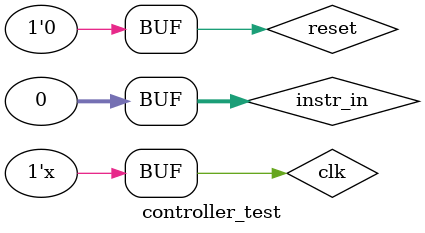
<source format=v>
`timescale 1ns / 1ps


module controller_test;

	// Inputs
	reg clk;
	reg reset;
	reg [31:0] instr_in;

	// Outputs
	wire [3:0] state;
	wire [3:0] next_state;
	wire PCWrite;
	wire PCWriteCond;
	wire IorD;
	wire MemRead;
	wire MemWrite;
	wire IRWrite;
	wire MemtoReg;
	wire [1:0] PCSource;
	wire [3:0] ALUOp;
	wire [1:0] ALUSrcB;
	wire ALUSrcA;
	wire RegWrite;
	wire RegDst;

	// Instantiate the Unit Under Test (UUT)
	controller uut (
		.state(state), 
		.next_state(next_state), 
		.clk(clk), 
		.reset(reset), 
		.PCWrite(PCWrite), 
		.PCWriteCond(PCWriteCond), 
		.IorD(IorD), 
		.MemRead(MemRead), 
		.MemWrite(MemWrite), 
		.IRWrite(IRWrite), 
		.MemtoReg(MemtoReg), 
		.PCSource(PCSource), 
		.ALUOp(ALUOp), 
		.ALUSrcB(ALUSrcB), 
		.ALUSrcA(ALUSrcA), 
		.RegWrite(RegWrite), 
		.RegDst(RegDst), 
		.instr_in(instr_in)
	);
	
	// Initialize clock
	always #5
		clk = ~clk;

	initial begin
		// Initialize Inputs
		clk = 0;
		reset = 0;
		instr_in = 0;

		// Wait 100 ns for global reset to finish
		#100;
        
		// Add stimulus here
		
		instr_in = 32'b11100100000000001111111111111110;	// LI
		#50;
		instr_in = 32'b11101000000000001111111111111111;	// LUI
		#50;
		instr_in = 32'b11101100000000000000000000000000;	// LWI
		#50;
		instr_in = 32'b11001011111000001111111111111111;	// ADDI
		#50;
		instr_in = 32'b10000011111000000000000000010000;	// Branch
		#50;
		instr_in = 32'b01001000000000000000000000000000;	// ADD
		#50;
		instr_in = 32'b00000100000000000000000000000000;	// Jump
		#50;
		instr_in = 0;	// NOOP
		
	end
      
endmodule


</source>
